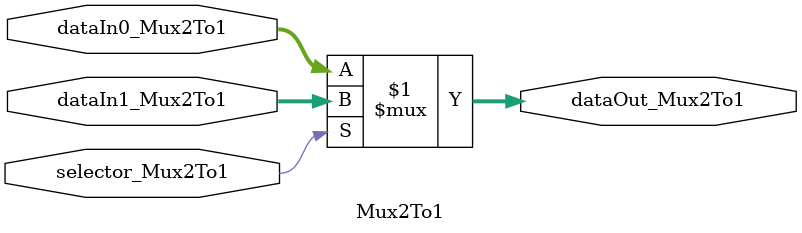
<source format=sv>
module Mux2To1 
        #(
                WIDTH = 32
        )
        (
                input logic [WIDTH-1:0] dataIn0_Mux2To1,
                input logic [WIDTH-1:0] dataIn1_Mux2To1,
                input selector_Mux2To1,
                output logic [WIDTH-1:0] dataOut_Mux2To1
        );

        assign dataOut_Mux2To1 = selector_Mux2To1 ? dataIn1_Mux2To1 : dataIn0_Mux2To1;
        
endmodule : Mux2To1
</source>
